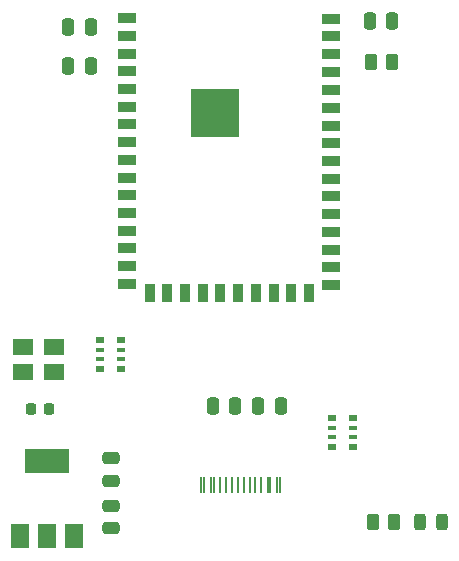
<source format=gbr>
%TF.GenerationSoftware,KiCad,Pcbnew,(5.99.0-9526-g5c17ff0595)*%
%TF.CreationDate,2021-04-11T14:24:36-05:00*%
%TF.ProjectId,DualingDev-S2,4475616c-696e-4674-9465-762d53322e6b,rev?*%
%TF.SameCoordinates,Original*%
%TF.FileFunction,Paste,Top*%
%TF.FilePolarity,Positive*%
%FSLAX46Y46*%
G04 Gerber Fmt 4.6, Leading zero omitted, Abs format (unit mm)*
G04 Created by KiCad (PCBNEW (5.99.0-9526-g5c17ff0595)) date 2021-04-11 14:24:36*
%MOMM*%
%LPD*%
G01*
G04 APERTURE LIST*
G04 Aperture macros list*
%AMRoundRect*
0 Rectangle with rounded corners*
0 $1 Rounding radius*
0 $2 $3 $4 $5 $6 $7 $8 $9 X,Y pos of 4 corners*
0 Add a 4 corners polygon primitive as box body*
4,1,4,$2,$3,$4,$5,$6,$7,$8,$9,$2,$3,0*
0 Add four circle primitives for the rounded corners*
1,1,$1+$1,$2,$3*
1,1,$1+$1,$4,$5*
1,1,$1+$1,$6,$7*
1,1,$1+$1,$8,$9*
0 Add four rect primitives between the rounded corners*
20,1,$1+$1,$2,$3,$4,$5,0*
20,1,$1+$1,$4,$5,$6,$7,0*
20,1,$1+$1,$6,$7,$8,$9,0*
20,1,$1+$1,$8,$9,$2,$3,0*%
G04 Aperture macros list end*
%ADD10RoundRect,0.218750X-0.218750X-0.256250X0.218750X-0.256250X0.218750X0.256250X-0.218750X0.256250X0*%
%ADD11R,0.800000X0.500000*%
%ADD12R,0.800000X0.400000*%
%ADD13RoundRect,0.250000X-0.250000X-0.475000X0.250000X-0.475000X0.250000X0.475000X-0.250000X0.475000X0*%
%ADD14R,1.800000X1.400000*%
%ADD15RoundRect,0.250000X0.250000X0.475000X-0.250000X0.475000X-0.250000X-0.475000X0.250000X-0.475000X0*%
%ADD16RoundRect,0.250000X0.475000X-0.250000X0.475000X0.250000X-0.475000X0.250000X-0.475000X-0.250000X0*%
%ADD17RoundRect,0.250000X-0.262500X-0.450000X0.262500X-0.450000X0.262500X0.450000X-0.262500X0.450000X0*%
%ADD18RoundRect,0.243750X0.243750X0.456250X-0.243750X0.456250X-0.243750X-0.456250X0.243750X-0.456250X0*%
%ADD19R,1.500000X0.900000*%
%ADD20R,0.900000X1.500000*%
%ADD21R,4.100000X4.100000*%
%ADD22R,1.500000X2.000000*%
%ADD23R,3.800000X2.000000*%
%ADD24R,0.250000X1.400000*%
G04 APERTURE END LIST*
D10*
%TO.C,D3*%
X126825000Y-102000000D03*
X128400000Y-102000000D03*
%TD*%
D11*
%TO.C,RN1*%
X154100000Y-105200000D03*
D12*
X154100000Y-104400000D03*
X154100000Y-103600000D03*
D11*
X154100000Y-102800000D03*
X152300000Y-102800000D03*
D12*
X152300000Y-103600000D03*
X152300000Y-104400000D03*
D11*
X152300000Y-105200000D03*
%TD*%
D13*
%TO.C,C4*%
X146100000Y-101800000D03*
X148000000Y-101800000D03*
%TD*%
D14*
%TO.C,D2*%
X128800000Y-96800000D03*
X126200000Y-96800000D03*
X128800000Y-98900000D03*
X126200000Y-98900000D03*
%TD*%
D15*
%TO.C,C3*%
X131900000Y-69650000D03*
X130000000Y-69650000D03*
%TD*%
D16*
%TO.C,C6*%
X133600000Y-112100000D03*
X133600000Y-110200000D03*
%TD*%
D13*
%TO.C,C1*%
X155525000Y-69200000D03*
X157425000Y-69200000D03*
%TD*%
D17*
%TO.C,R4*%
X155775000Y-111600000D03*
X157600000Y-111600000D03*
%TD*%
D18*
%TO.C,D1*%
X161675000Y-111600000D03*
X159800000Y-111600000D03*
%TD*%
D15*
%TO.C,C2*%
X131900000Y-72950000D03*
X130000000Y-72950000D03*
%TD*%
D17*
%TO.C,R3*%
X155600000Y-72600000D03*
X157425000Y-72600000D03*
%TD*%
D15*
%TO.C,C5*%
X144150000Y-101800000D03*
X142250000Y-101800000D03*
%TD*%
D19*
%TO.C,U1*%
X135015000Y-68915000D03*
X135015000Y-70415000D03*
X135015000Y-71915000D03*
X135015000Y-73415000D03*
X135015000Y-74915000D03*
X135015000Y-76415000D03*
X135015000Y-77915000D03*
X135015000Y-79415000D03*
X135015000Y-80915000D03*
X135015000Y-82415000D03*
X135015000Y-83915000D03*
X135015000Y-85415000D03*
X135015000Y-86915000D03*
X135015000Y-88415000D03*
X135015000Y-89915000D03*
X135015000Y-91415000D03*
D20*
X136890000Y-92165000D03*
X138390000Y-92165000D03*
X139890000Y-92165000D03*
X141390000Y-92165000D03*
X142890000Y-92165000D03*
X144390000Y-92165000D03*
X145890000Y-92165000D03*
X147390000Y-92165000D03*
X148890000Y-92165000D03*
X150390000Y-92165000D03*
D19*
X152265000Y-91515000D03*
X152265000Y-90015000D03*
X152265000Y-88515000D03*
X152265000Y-87015000D03*
X152265000Y-85515000D03*
X152265000Y-84015000D03*
X152265000Y-82515000D03*
X152265000Y-81015000D03*
X152265000Y-79515000D03*
X152265000Y-78015000D03*
X152265000Y-76515000D03*
X152265000Y-75015000D03*
X152265000Y-73515000D03*
X152265000Y-71915000D03*
X152265000Y-70415000D03*
X152265000Y-69015000D03*
D21*
X142450000Y-76955000D03*
%TD*%
D22*
%TO.C,U2*%
X125900000Y-112750000D03*
X128200000Y-112750000D03*
D23*
X128200000Y-106450000D03*
D22*
X130500000Y-112750000D03*
%TD*%
D16*
%TO.C,C7*%
X133600000Y-108100000D03*
X133600000Y-106200000D03*
%TD*%
D11*
%TO.C,RN2*%
X134500000Y-98600000D03*
D12*
X134500000Y-97800000D03*
X134500000Y-97000000D03*
D11*
X134500000Y-96200000D03*
X132700000Y-96200000D03*
D12*
X132700000Y-97000000D03*
X132700000Y-97800000D03*
D11*
X132700000Y-98600000D03*
%TD*%
D24*
%TO.C,P1*%
X141275000Y-108412500D03*
X142075000Y-108412500D03*
X143350000Y-108412500D03*
X144350000Y-108412500D03*
X144850000Y-108412500D03*
X142850000Y-108412500D03*
X147125000Y-108412500D03*
X147925000Y-108412500D03*
X147675000Y-108412500D03*
X146875000Y-108412500D03*
X146350000Y-108412500D03*
X145350000Y-108412500D03*
X143850000Y-108412500D03*
X145850000Y-108412500D03*
X142325000Y-108412500D03*
X141525000Y-108412500D03*
%TD*%
M02*

</source>
